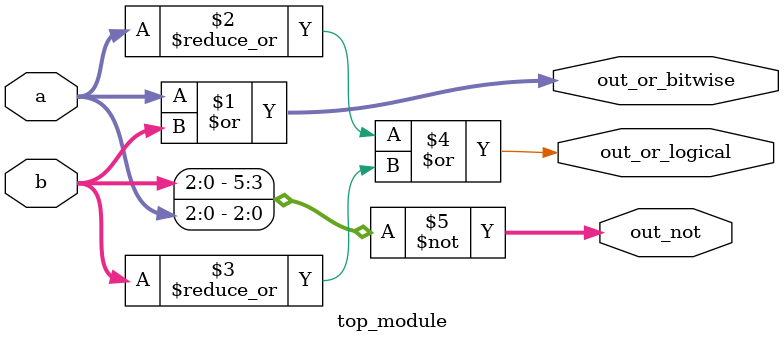
<source format=sv>
module top_module(
    input [2:0] a,
    input [2:0] b,
    output [2:0] out_or_bitwise,
    output out_or_logical,
    output [5:0] out_not
);

    // Bitwise OR
    assign out_or_bitwise = a | b;

    // Logical OR
    assign out_or_logical = |a | |b;

    // Bitwise NOT
    assign out_not = ~{b, a};

endmodule

</source>
